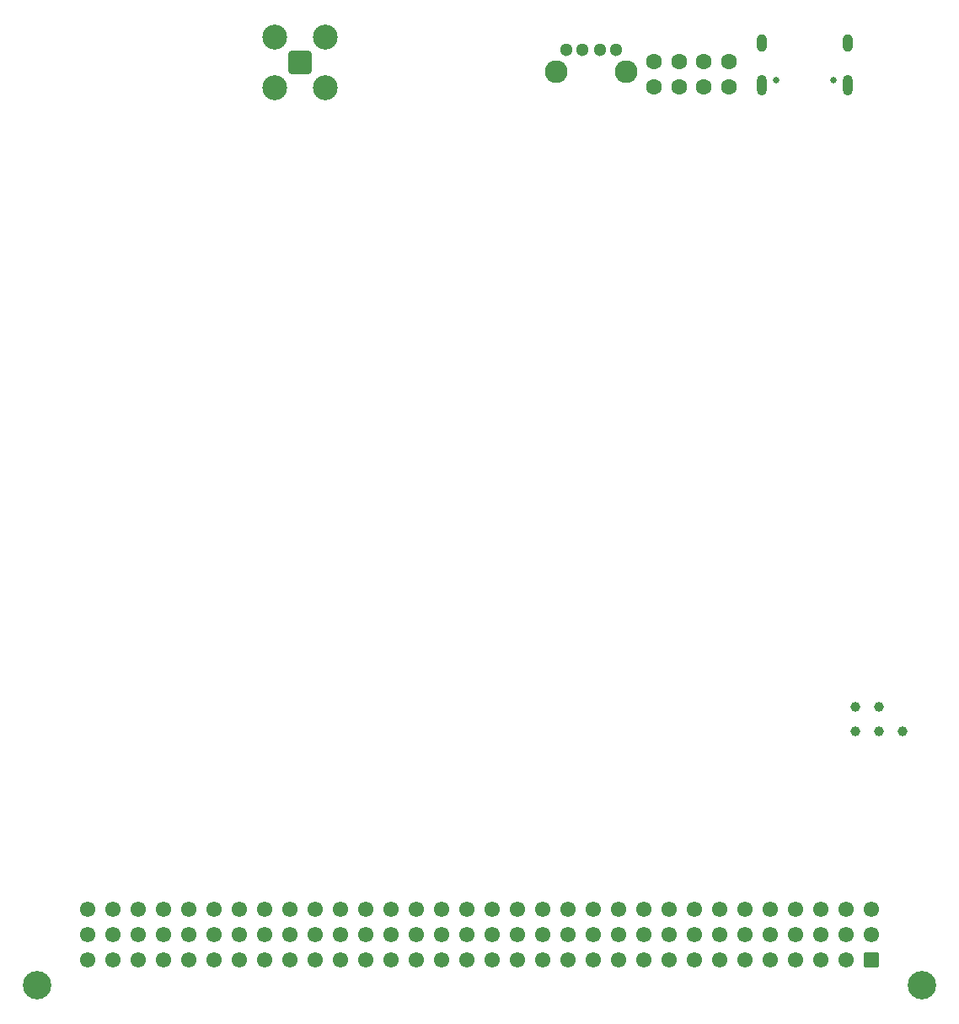
<source format=gbr>
%TF.GenerationSoftware,KiCad,Pcbnew,8.0.8-8.0.8-0~ubuntu22.04.1*%
%TF.CreationDate,2025-02-26T01:07:32+01:00*%
%TF.ProjectId,nav-module,6e61762d-6d6f-4647-956c-652e6b696361,1.0.0*%
%TF.SameCoordinates,Original*%
%TF.FileFunction,Soldermask,Bot*%
%TF.FilePolarity,Negative*%
%FSLAX46Y46*%
G04 Gerber Fmt 4.6, Leading zero omitted, Abs format (unit mm)*
G04 Created by KiCad (PCBNEW 8.0.8-8.0.8-0~ubuntu22.04.1) date 2025-02-26 01:07:32*
%MOMM*%
%LPD*%
G01*
G04 APERTURE LIST*
G04 Aperture macros list*
%AMRoundRect*
0 Rectangle with rounded corners*
0 $1 Rounding radius*
0 $2 $3 $4 $5 $6 $7 $8 $9 X,Y pos of 4 corners*
0 Add a 4 corners polygon primitive as box body*
4,1,4,$2,$3,$4,$5,$6,$7,$8,$9,$2,$3,0*
0 Add four circle primitives for the rounded corners*
1,1,$1+$1,$2,$3*
1,1,$1+$1,$4,$5*
1,1,$1+$1,$6,$7*
1,1,$1+$1,$8,$9*
0 Add four rect primitives between the rounded corners*
20,1,$1+$1,$2,$3,$4,$5,0*
20,1,$1+$1,$4,$5,$6,$7,0*
20,1,$1+$1,$6,$7,$8,$9,0*
20,1,$1+$1,$8,$9,$2,$3,0*%
G04 Aperture macros list end*
%ADD10RoundRect,0.200100X-0.949900X-0.949900X0.949900X-0.949900X0.949900X0.949900X-0.949900X0.949900X0*%
%ADD11C,2.500000*%
%ADD12C,1.600000*%
%ADD13O,1.000000X1.800000*%
%ADD14O,1.000000X2.100000*%
%ADD15C,0.650000*%
%ADD16C,1.550000*%
%ADD17RoundRect,0.249999X0.525001X0.525001X-0.525001X0.525001X-0.525001X-0.525001X0.525001X-0.525001X0*%
%ADD18C,2.850000*%
%ADD19C,2.286000*%
%ADD20C,1.300000*%
%ADD21C,1.000000*%
G04 APERTURE END LIST*
D10*
%TO.C,J1100*%
X32000000Y95450000D03*
D11*
X29460000Y97990000D03*
X29460000Y92910000D03*
X34540000Y97990000D03*
X34540000Y92910000D03*
%TD*%
D12*
%TO.C,LED300*%
X67493600Y95500001D03*
X70033600Y95500001D03*
X67493600Y92960001D03*
X70033600Y92960001D03*
%TD*%
D13*
%TO.C,J800*%
X78360000Y97325001D03*
D14*
X78360000Y93145001D03*
D13*
X87000000Y97325001D03*
D14*
X87000000Y93145001D03*
D15*
X79790000Y93645001D03*
X85570000Y93645001D03*
%TD*%
D16*
%TO.C,J200*%
X10630000Y10390001D03*
X13170000Y10390001D03*
X15710000Y10390001D03*
X18250000Y10390001D03*
X20790000Y10390001D03*
X23330000Y10390001D03*
X25870000Y10390001D03*
X28410000Y10390001D03*
X30950000Y10390001D03*
X33490000Y10390001D03*
X36030000Y10390001D03*
X38570000Y10390001D03*
X41110000Y10390001D03*
X43650000Y10390001D03*
X46190000Y10390001D03*
X48730000Y10390001D03*
X51270000Y10390001D03*
X53810000Y10390001D03*
X56350000Y10390001D03*
X58890000Y10390001D03*
X61430000Y10390001D03*
X63970000Y10390001D03*
X66510000Y10390001D03*
X69050000Y10390001D03*
X71590000Y10390001D03*
X74130000Y10390001D03*
X76670000Y10390001D03*
X79210000Y10390001D03*
X81750000Y10390001D03*
X84290000Y10390001D03*
X86830000Y10390001D03*
X89370000Y10390001D03*
X10630000Y7850001D03*
X13170000Y7850001D03*
X15710000Y7850001D03*
X18250000Y7850001D03*
X20790000Y7850001D03*
X23330000Y7850001D03*
X25870000Y7850001D03*
X28410000Y7850001D03*
X30950000Y7850001D03*
X33490000Y7850001D03*
X36030000Y7850001D03*
X38570000Y7850001D03*
X41110000Y7850001D03*
X43650000Y7850001D03*
X46190000Y7850001D03*
X48730000Y7850001D03*
X51270000Y7850001D03*
X53810000Y7850001D03*
X56350000Y7850001D03*
X58890000Y7850001D03*
X61430000Y7850001D03*
X63970000Y7850001D03*
X66510000Y7850001D03*
X69050000Y7850001D03*
X71590000Y7850001D03*
X74130000Y7850001D03*
X76670000Y7850001D03*
X79210000Y7850001D03*
X81750000Y7850001D03*
X84290000Y7850001D03*
X86830000Y7850001D03*
X89370000Y7850001D03*
X10630000Y5310001D03*
X13170000Y5310001D03*
X15710000Y5310001D03*
X18250000Y5310001D03*
X20790000Y5310001D03*
X23330000Y5310001D03*
X25870000Y5310001D03*
X28410000Y5310001D03*
X30950000Y5310001D03*
X33490000Y5310001D03*
X36030000Y5310001D03*
X38570000Y5310001D03*
X41110000Y5310001D03*
X43650000Y5310001D03*
X46190000Y5310001D03*
X48730000Y5310001D03*
X51270000Y5310001D03*
X53810000Y5310001D03*
X56350000Y5310001D03*
X58890000Y5310001D03*
X61430000Y5310001D03*
X63970000Y5310001D03*
X66510000Y5310001D03*
X69050000Y5310001D03*
X71590000Y5310001D03*
X74130000Y5310001D03*
X76670000Y5310001D03*
X79210000Y5310001D03*
X81750000Y5310001D03*
X84290000Y5310001D03*
X86830000Y5310001D03*
D17*
X89370000Y5310001D03*
D18*
X5550000Y2770001D03*
X94450000Y2770001D03*
%TD*%
D19*
%TO.C,SW400*%
X57710000Y94460001D03*
X64710000Y94460001D03*
D20*
X58710000Y96710001D03*
X60340000Y96710001D03*
X62080000Y96710001D03*
X63710000Y96710001D03*
%TD*%
D12*
%TO.C,LED301*%
X72543600Y95500001D03*
X75083600Y95500001D03*
X72543600Y92960001D03*
X75083600Y92960001D03*
%TD*%
D21*
%TO.C,TP704*%
X87730000Y28310001D03*
%TD*%
%TO.C,TP706*%
X92530000Y28310001D03*
%TD*%
%TO.C,TP703*%
X90130000Y30710000D03*
%TD*%
%TO.C,TP702*%
X87730000Y30700000D03*
%TD*%
%TO.C,TP705*%
X90130000Y28310001D03*
%TD*%
M02*

</source>
